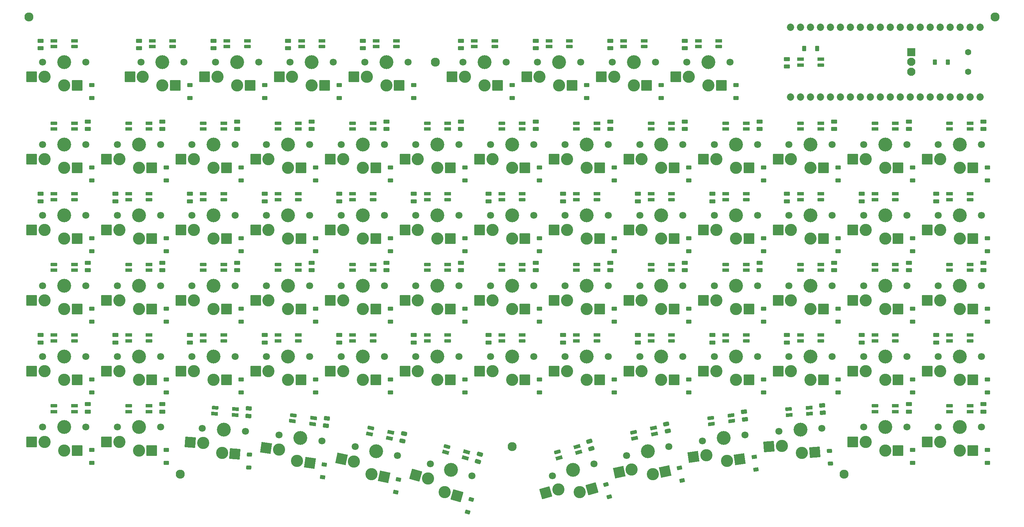
<source format=gbr>
%TF.GenerationSoftware,KiCad,Pcbnew,8.0.4*%
%TF.CreationDate,2024-08-04T16:18:39+02:00*%
%TF.ProjectId,eepyboard,65657079-626f-4617-9264-2e6b69636164,1.0*%
%TF.SameCoordinates,Original*%
%TF.FileFunction,Soldermask,Bot*%
%TF.FilePolarity,Negative*%
%FSLAX46Y46*%
G04 Gerber Fmt 4.6, Leading zero omitted, Abs format (unit mm)*
G04 Created by KiCad (PCBNEW 8.0.4) date 2024-08-04 16:18:39*
%MOMM*%
%LPD*%
G01*
G04 APERTURE LIST*
G04 Aperture macros list*
%AMRoundRect*
0 Rectangle with rounded corners*
0 $1 Rounding radius*
0 $2 $3 $4 $5 $6 $7 $8 $9 X,Y pos of 4 corners*
0 Add a 4 corners polygon primitive as box body*
4,1,4,$2,$3,$4,$5,$6,$7,$8,$9,$2,$3,0*
0 Add four circle primitives for the rounded corners*
1,1,$1+$1,$2,$3*
1,1,$1+$1,$4,$5*
1,1,$1+$1,$6,$7*
1,1,$1+$1,$8,$9*
0 Add four rect primitives between the rounded corners*
20,1,$1+$1,$2,$3,$4,$5,0*
20,1,$1+$1,$4,$5,$6,$7,0*
20,1,$1+$1,$6,$7,$8,$9,0*
20,1,$1+$1,$8,$9,$2,$3,0*%
G04 Aperture macros list end*
%ADD10C,1.801800*%
%ADD11C,3.100000*%
%ADD12C,3.529000*%
%ADD13RoundRect,0.050000X1.300000X1.300000X-1.300000X1.300000X-1.300000X-1.300000X1.300000X-1.300000X0*%
%ADD14RoundRect,0.050000X-0.800000X-0.410000X0.800000X-0.410000X0.800000X0.410000X-0.800000X0.410000X0*%
%ADD15RoundRect,0.230000X-0.620000X-0.230000X0.620000X-0.230000X0.620000X0.230000X-0.620000X0.230000X0*%
%ADD16RoundRect,0.050000X0.800000X0.410000X-0.800000X0.410000X-0.800000X-0.410000X0.800000X-0.410000X0*%
%ADD17RoundRect,0.230000X0.620000X0.230000X-0.620000X0.230000X-0.620000X-0.230000X0.620000X-0.230000X0*%
%ADD18RoundRect,0.050000X0.735153X0.517348X-0.849275X0.294671X-0.735153X-0.517348X0.849275X-0.294671X0*%
%ADD19RoundRect,0.230000X0.581956X0.314049X-0.645976X0.141474X-0.581956X-0.314049X0.645976X-0.141474X0*%
%ADD20C,2.300000*%
%ADD21RoundRect,0.050000X0.655998X0.614627X-0.882021X0.173607X-0.655998X-0.614627X0.882021X-0.173607X0*%
%ADD22RoundRect,0.230000X0.532586X0.391985X-0.659379X0.050195X-0.532586X-0.391985X0.659379X-0.050195X0*%
%ADD23RoundRect,0.050000X1.607969X0.891312X-0.891312X1.607969X-1.607969X-0.891312X0.891312X-1.607969X0*%
%ADD24RoundRect,0.050000X0.697274X0.567370X-0.867762X0.234711X-0.697274X-0.567370X0.867762X-0.234711X0*%
%ADD25RoundRect,0.230000X0.558632X0.353879X-0.654271X0.096069X-0.558632X-0.353879X0.654271X-0.096069X0*%
%ADD26RoundRect,0.050000X1.468274X1.106423X-1.106423X1.468274X-1.468274X-1.106423X1.106423X-1.468274X0*%
%ADD27RoundRect,0.050000X1.001307X1.541877X-1.541877X1.001307X-1.001307X-1.541877X1.541877X-1.001307X0*%
%ADD28RoundRect,0.050000X1.541877X1.001307X-1.001307X1.541877X-1.541877X-1.001307X1.001307X-1.541877X0*%
%ADD29RoundRect,0.050000X0.891312X1.607969X-1.607969X0.891312X-0.891312X-1.607969X1.607969X-0.891312X0*%
%ADD30RoundRect,0.050000X0.826651X0.353196X-0.769451X0.464806X-0.826651X-0.353196X0.769451X-0.464806X0*%
%ADD31RoundRect,0.230000X0.634534X0.186191X-0.602446X0.272689X-0.634534X-0.186191X0.602446X-0.272689X0*%
%ADD32RoundRect,0.050000X0.769451X0.464806X-0.826651X0.353196X-0.769451X-0.464806X0.826651X-0.353196X0*%
%ADD33RoundRect,0.230000X0.602446X0.272689X-0.634534X0.186191X-0.602446X-0.272689X0.634534X-0.186191X0*%
%ADD34RoundRect,0.050000X1.106423X1.468274X-1.468274X1.106423X-1.106423X-1.468274X1.468274X-1.106423X0*%
%ADD35RoundRect,0.050000X0.882021X0.173607X-0.655998X0.614627X-0.882021X-0.173607X0.655998X-0.614627X0*%
%ADD36RoundRect,0.230000X0.659379X0.050195X-0.532586X0.391985X-0.659379X-0.050195X0.532586X-0.391985X0*%
%ADD37C,1.600000*%
%ADD38RoundRect,0.050000X-1.000000X-1.000000X1.000000X-1.000000X1.000000X1.000000X-1.000000X1.000000X0*%
%ADD39C,2.100000*%
%ADD40C,1.852600*%
%ADD41RoundRect,0.050000X1.206150X1.387517X-1.387517X1.206150X-1.206150X-1.387517X1.387517X-1.206150X0*%
%ADD42RoundRect,0.050000X1.387517X1.206150X-1.206150X1.387517X-1.387517X-1.206150X1.206150X-1.387517X0*%
%ADD43RoundRect,0.050000X0.867762X0.234711X-0.697274X0.567370X-0.867762X-0.234711X0.697274X-0.567370X0*%
%ADD44RoundRect,0.230000X0.654271X0.096069X-0.558632X0.353879X-0.654271X-0.096069X0.558632X-0.353879X0*%
%ADD45RoundRect,0.050000X0.849275X0.294671X-0.735153X0.517348X-0.849275X-0.294671X0.735153X-0.517348X0*%
%ADD46RoundRect,0.230000X0.645976X0.141474X-0.581956X0.314049X-0.645976X-0.141474X0.581956X-0.314049X0*%
%ADD47RoundRect,0.275000X-0.500000X0.275000X-0.500000X-0.275000X0.500000X-0.275000X0.500000X0.275000X0*%
%ADD48RoundRect,0.275000X0.500000X-0.275000X0.500000X0.275000X-0.500000X0.275000X-0.500000X-0.275000X0*%
%ADD49RoundRect,0.050000X0.600000X-0.450000X0.600000X0.450000X-0.600000X0.450000X-0.600000X-0.450000X0*%
%ADD50RoundRect,0.275000X-0.456861X0.341910X-0.533407X-0.202737X0.456861X-0.341910X0.533407X0.202737X0*%
%ADD51RoundRect,0.275000X-0.479599X0.309208X-0.517965X-0.239452X0.479599X-0.309208X0.517965X0.239452X0*%
%ADD52RoundRect,0.050000X0.680449X-0.315419X0.493328X0.564913X-0.680449X0.315419X-0.493328X-0.564913X0*%
%ADD53RoundRect,0.050000X-0.450000X-0.600000X0.450000X-0.600000X0.450000X0.600000X-0.450000X0.600000X0*%
%ADD54RoundRect,0.275000X-0.546250X0.165035X-0.431898X-0.372946X0.546250X-0.165035X0.431898X0.372946X0*%
%ADD55RoundRect,0.275000X-0.431898X0.372946X-0.546250X-0.165035X0.431898X-0.372946X0.546250X0.165035X0*%
%ADD56RoundRect,0.275000X-0.404831X0.402166X-0.556431X-0.126528X0.404831X-0.402166X0.556431X0.126528X0*%
%ADD57RoundRect,0.050000X0.452720X-0.597950X0.700794X0.267185X-0.452720X0.597950X-0.700794X-0.267185X0*%
%ADD58RoundRect,0.050000X0.700794X-0.267185X0.452720X0.597950X-0.700794X0.267185X-0.452720X-0.597950X0*%
%ADD59RoundRect,0.050000X0.629929X-0.407050X0.567148X0.490758X-0.629929X0.407050X-0.567148X-0.490758X0*%
%ADD60RoundRect,0.050000X0.567148X-0.490758X0.629929X0.407050X-0.567148X0.490758X-0.629929X-0.407050X0*%
%ADD61RoundRect,0.050000X0.493328X-0.564913X0.680449X0.315419X-0.493328X0.564913X-0.680449X-0.315419X0*%
%ADD62RoundRect,0.275000X-0.556431X0.126528X-0.404831X-0.402166X0.556431X-0.126528X0.404831X0.402166X0*%
%ADD63RoundRect,0.275000X-0.533407X0.202737X-0.456861X-0.341910X0.533407X-0.202737X0.456861X0.341910X0*%
%ADD64RoundRect,0.275000X-0.517965X0.239452X-0.479599X-0.309208X0.517965X-0.239452X0.479599X0.309208X0*%
%ADD65RoundRect,0.050000X0.531533X-0.529124X0.656789X0.362117X-0.531533X0.529124X-0.656789X-0.362117X0*%
%ADD66RoundRect,0.050000X0.656789X-0.362117X0.531533X0.529124X-0.656789X0.362117X-0.531533X-0.529124X0*%
G04 APERTURE END LIST*
D10*
%TO.C,S41*%
X276582827Y-95912340D03*
D11*
X271082827Y-101862340D03*
D12*
X271082827Y-95912340D03*
D11*
X266082827Y-99662340D03*
D10*
X265582827Y-95912340D03*
D13*
X274357827Y-101862340D03*
X262807827Y-99662340D03*
%TD*%
D14*
%TO.C,LED15*%
X230482832Y-126462336D03*
X230482832Y-127962336D03*
D15*
X235682832Y-127962336D03*
D14*
X235682832Y-126462336D03*
%TD*%
D10*
%TO.C,S49*%
X314582833Y-113912336D03*
D11*
X309082833Y-119862336D03*
D12*
X309082833Y-113912336D03*
D11*
X304082833Y-117662336D03*
D10*
X303582833Y-113912336D03*
D13*
X312357833Y-119862336D03*
X300807833Y-117662336D03*
%TD*%
D16*
%TO.C,LED43*%
X140682828Y-73962341D03*
X140682828Y-72462341D03*
D17*
X135482828Y-72462341D03*
D16*
X135482828Y-73962341D03*
%TD*%
D10*
%TO.C,S7*%
X124582827Y-131912340D03*
D11*
X119082827Y-137862340D03*
D12*
X119082827Y-131912340D03*
D11*
X114082827Y-135662340D03*
D10*
X113582827Y-131912340D03*
D13*
X122357827Y-137862340D03*
X110807827Y-135662340D03*
%TD*%
D18*
%TO.C,LED71*%
X269993971Y-148374040D03*
X269785211Y-146888638D03*
D19*
X264635817Y-147612338D03*
D18*
X264844577Y-149097740D03*
%TD*%
D10*
%TO.C,S40*%
X276582829Y-113912343D03*
D11*
X271082829Y-119862343D03*
D12*
X271082829Y-113912343D03*
D11*
X266082829Y-117662343D03*
D10*
X265582829Y-113912343D03*
D13*
X274357829Y-119862343D03*
X262807829Y-117662343D03*
%TD*%
D10*
%TO.C,S51*%
X314582828Y-77912335D03*
D11*
X309082828Y-83862335D03*
D12*
X309082828Y-77912335D03*
D11*
X304082828Y-81662335D03*
D10*
X303582828Y-77912335D03*
D13*
X312357828Y-83862335D03*
X300807828Y-81662335D03*
%TD*%
D14*
%TO.C,LED13*%
X211482827Y-126462341D03*
X211482827Y-127962341D03*
D15*
X216682827Y-127962341D03*
D14*
X216682827Y-126462341D03*
%TD*%
D10*
%TO.C,S29*%
X219582829Y-95912335D03*
D11*
X214082829Y-101862335D03*
D12*
X214082829Y-95912335D03*
D11*
X209082829Y-99662335D03*
D10*
X208582829Y-95912335D03*
D13*
X217357829Y-101862335D03*
X205807829Y-99662335D03*
%TD*%
D20*
%TO.C,_5*%
X214082830Y-154912338D03*
%TD*%
D10*
%TO.C,S33*%
X238582828Y-95912343D03*
D11*
X233082828Y-101862343D03*
D12*
X233082828Y-95912343D03*
D11*
X228082828Y-99662343D03*
D10*
X227582828Y-95912343D03*
D13*
X236357828Y-101862343D03*
X224807828Y-99662343D03*
%TD*%
D10*
%TO.C,S30*%
X219582828Y-77912343D03*
D11*
X214082828Y-83862343D03*
D12*
X214082828Y-77912343D03*
D11*
X209082828Y-81662343D03*
D10*
X208582828Y-77912343D03*
D13*
X217357828Y-83862343D03*
X205807828Y-81662343D03*
%TD*%
D20*
%TO.C,_2*%
X194582830Y-56912343D03*
%TD*%
D14*
%TO.C,LED4*%
X116482826Y-90462337D03*
X116482826Y-91962337D03*
D15*
X121682826Y-91962337D03*
D14*
X121682826Y-90462337D03*
%TD*%
D20*
%TO.C,_3*%
X337082829Y-45412336D03*
%TD*%
D10*
%TO.C,S27*%
X219582828Y-131912340D03*
D11*
X214082828Y-137862340D03*
D12*
X214082828Y-131912340D03*
D11*
X209082828Y-135662340D03*
D10*
X208582828Y-131912340D03*
D13*
X217357828Y-137862340D03*
X205807828Y-135662340D03*
%TD*%
D10*
%TO.C,S36*%
X257582829Y-113912339D03*
D11*
X252082829Y-119862339D03*
D12*
X252082829Y-113912339D03*
D11*
X247082829Y-117662339D03*
D10*
X246582829Y-113912339D03*
D13*
X255357829Y-119862339D03*
X243807829Y-117662339D03*
%TD*%
D14*
%TO.C,LED1*%
X97482827Y-126462344D03*
X97482827Y-127962344D03*
D15*
X102682827Y-127962344D03*
D14*
X102682827Y-126462344D03*
%TD*%
D10*
%TO.C,S72*%
X250582826Y-56912345D03*
D11*
X245082826Y-62862345D03*
D12*
X245082826Y-56912345D03*
D11*
X240082826Y-60662345D03*
D10*
X239582826Y-56912345D03*
D13*
X248357826Y-62862345D03*
X236807826Y-60662345D03*
%TD*%
D14*
%TO.C,LED31*%
X179482832Y-51462337D03*
X179482832Y-52962337D03*
D15*
X184682832Y-52962337D03*
D14*
X184682832Y-51462337D03*
%TD*%
D21*
%TO.C,LED73*%
X231027002Y-156285886D03*
X230613546Y-154843994D03*
D22*
X225614986Y-156277308D03*
D21*
X226028442Y-157719200D03*
%TD*%
D10*
%TO.C,S45*%
X295582833Y-95912333D03*
D11*
X290082833Y-101862333D03*
D12*
X290082833Y-95912333D03*
D11*
X285082833Y-99662333D03*
D10*
X284582833Y-95912333D03*
D13*
X293357833Y-101862333D03*
X281807833Y-99662333D03*
%TD*%
D16*
%TO.C,LED39*%
X121682832Y-145962345D03*
X121682832Y-144462345D03*
D17*
X116482832Y-144462345D03*
D16*
X116482832Y-145962345D03*
%TD*%
D10*
%TO.C,S60*%
X203836110Y-162315530D03*
D11*
X196909129Y-166519032D03*
D12*
X198549171Y-160799525D03*
D11*
X192709222Y-163026071D03*
D10*
X193262232Y-159283520D03*
D23*
X200057261Y-167421744D03*
X189561090Y-162123357D03*
%TD*%
D14*
%TO.C,LED35*%
X261482827Y-51462345D03*
X261482827Y-52962345D03*
D15*
X266682827Y-52962345D03*
D14*
X266682827Y-51462345D03*
%TD*%
D10*
%TO.C,S50*%
X314582828Y-95912341D03*
D11*
X309082828Y-101862341D03*
D12*
X309082828Y-95912341D03*
D11*
X304082828Y-99662341D03*
D10*
X303582828Y-95912341D03*
D13*
X312357828Y-101862341D03*
X300807828Y-99662341D03*
%TD*%
D10*
%TO.C,S35*%
X257582826Y-131912335D03*
D11*
X252082826Y-137862335D03*
D12*
X252082826Y-131912335D03*
D11*
X247082826Y-135662335D03*
D10*
X246582826Y-131912335D03*
D13*
X255357826Y-137862335D03*
X243807826Y-135662335D03*
%TD*%
D14*
%TO.C,LED12*%
X192482827Y-90462342D03*
X192482827Y-91962342D03*
D15*
X197682827Y-91962342D03*
D14*
X197682827Y-90462342D03*
%TD*%
D10*
%TO.C,S68*%
X168582827Y-56912342D03*
D11*
X163082827Y-62862342D03*
D12*
X163082827Y-56912342D03*
D11*
X158082827Y-60662342D03*
D10*
X157582827Y-56912342D03*
D13*
X166357827Y-62862342D03*
X154807827Y-60662342D03*
%TD*%
D24*
%TO.C,LED72*%
X250372345Y-151649587D03*
X250060476Y-150182366D03*
D25*
X244974107Y-151263507D03*
D24*
X245285976Y-152730728D03*
%TD*%
D10*
%TO.C,S58*%
X165643124Y-153412897D03*
D11*
X159368570Y-158539540D03*
D12*
X160196650Y-152647445D03*
D11*
X154723412Y-155665085D03*
D10*
X154750176Y-151881993D03*
D26*
X162611698Y-158995332D03*
X151480283Y-155209293D03*
%TD*%
D10*
%TO.C,S54*%
X333582829Y-113912336D03*
D11*
X328082829Y-119862336D03*
D12*
X328082829Y-113912336D03*
D11*
X323082829Y-117662336D03*
D10*
X322582829Y-113912336D03*
D13*
X331357829Y-119862336D03*
X319807829Y-117662336D03*
%TD*%
D16*
%TO.C,LED59*%
X292682826Y-73962339D03*
X292682826Y-72462339D03*
D17*
X287482826Y-72462339D03*
D16*
X287482826Y-73962339D03*
%TD*%
D14*
%TO.C,LED21*%
X287482830Y-126462344D03*
X287482830Y-127962344D03*
D15*
X292682830Y-127962344D03*
D14*
X292682830Y-126462344D03*
%TD*%
%TO.C,LED9*%
X173482828Y-126462339D03*
X173482828Y-127962339D03*
D15*
X178682828Y-127962339D03*
D14*
X178682828Y-126462339D03*
%TD*%
D10*
%TO.C,S47*%
X314582824Y-149912343D03*
D11*
X309082824Y-155862343D03*
D12*
X309082824Y-149912343D03*
D11*
X304082824Y-153662343D03*
D10*
X303582824Y-149912343D03*
D13*
X312357824Y-155862343D03*
X300807824Y-153662343D03*
%TD*%
D10*
%TO.C,S22*%
X181582830Y-77912342D03*
D11*
X176082830Y-83862342D03*
D12*
X176082830Y-77912342D03*
D11*
X171082830Y-81662342D03*
D10*
X170582830Y-77912342D03*
D13*
X179357830Y-83862342D03*
X167807830Y-81662342D03*
%TD*%
D10*
%TO.C,S37*%
X257582824Y-95912345D03*
D11*
X252082824Y-101862345D03*
D12*
X252082824Y-95912345D03*
D11*
X247082824Y-99662345D03*
D10*
X246582824Y-95912345D03*
D13*
X255357824Y-101862345D03*
X243807824Y-99662345D03*
%TD*%
D16*
%TO.C,LED44*%
X159682830Y-109962339D03*
X159682830Y-108462339D03*
D17*
X154482830Y-108462339D03*
D16*
X154482830Y-109962339D03*
%TD*%
D10*
%TO.C,S42*%
X276582834Y-77912341D03*
D11*
X271082834Y-83862341D03*
D12*
X271082834Y-77912341D03*
D11*
X266082834Y-81662341D03*
D10*
X265582834Y-77912341D03*
D13*
X274357834Y-83862341D03*
X262807834Y-81662341D03*
%TD*%
D10*
%TO.C,S20*%
X181582833Y-113912342D03*
D11*
X176082833Y-119862342D03*
D12*
X176082833Y-113912342D03*
D11*
X171082833Y-117662342D03*
D10*
X170582833Y-113912342D03*
D13*
X179357833Y-119862342D03*
X167807833Y-117662342D03*
%TD*%
D10*
%TO.C,S16*%
X162582825Y-113912344D03*
D11*
X157082825Y-119862344D03*
D12*
X157082825Y-113912344D03*
D11*
X152082825Y-117662344D03*
D10*
X151582825Y-113912344D03*
D13*
X160357825Y-119862344D03*
X148807825Y-117662344D03*
%TD*%
D14*
%TO.C,LED6*%
X135482824Y-90462341D03*
X135482824Y-91962341D03*
D15*
X140682824Y-91962341D03*
D14*
X140682824Y-90462341D03*
%TD*%
D10*
%TO.C,S48*%
X314582823Y-131912336D03*
D11*
X309082823Y-137862336D03*
D12*
X309082823Y-131912336D03*
D11*
X304082823Y-135662336D03*
D10*
X303582823Y-131912336D03*
D13*
X312357823Y-137862336D03*
X300807823Y-135662336D03*
%TD*%
D16*
%TO.C,LED48*%
X197682825Y-109962341D03*
X197682825Y-108462341D03*
D17*
X192482825Y-108462341D03*
D16*
X192482825Y-109962341D03*
%TD*%
%TO.C,LED45*%
X159682828Y-73962339D03*
X159682828Y-72462339D03*
D17*
X154482828Y-72462339D03*
D16*
X154482828Y-73962339D03*
%TD*%
%TO.C,LED58*%
X292682828Y-109962340D03*
X292682828Y-108462340D03*
D17*
X287482828Y-108462340D03*
D16*
X287482828Y-109962340D03*
%TD*%
D10*
%TO.C,S19*%
X181582826Y-131912340D03*
D11*
X176082826Y-137862340D03*
D12*
X176082826Y-131912340D03*
D11*
X171082826Y-135662340D03*
D10*
X170582826Y-131912340D03*
D13*
X179357826Y-137862340D03*
X167807826Y-135662340D03*
%TD*%
D14*
%TO.C,LED17*%
X249482828Y-126462344D03*
X249482828Y-127962344D03*
D15*
X254682828Y-127962344D03*
D14*
X254682828Y-126462344D03*
%TD*%
D10*
%TO.C,S63*%
X254030222Y-154910315D03*
D11*
X249887485Y-161873807D03*
D12*
X248650410Y-156053829D03*
D11*
X244539341Y-160761441D03*
D10*
X243270598Y-157197343D03*
D27*
X253090918Y-161192896D03*
X241335907Y-161442352D03*
%TD*%
D10*
%TO.C,S2*%
X105582831Y-131912341D03*
D11*
X100082831Y-137862341D03*
D12*
X100082831Y-131912341D03*
D11*
X95082831Y-135662341D03*
D10*
X94582831Y-131912341D03*
D13*
X103357831Y-137862341D03*
X91807831Y-135662341D03*
%TD*%
D16*
%TO.C,LED61*%
X311682829Y-109962339D03*
X311682829Y-108462339D03*
D17*
X306482829Y-108462339D03*
D16*
X306482829Y-109962339D03*
%TD*%
D10*
%TO.C,S59*%
X184895059Y-157197354D03*
D11*
X178278172Y-161873818D03*
D12*
X179515247Y-156053840D03*
D11*
X173844840Y-158682335D03*
D10*
X174135435Y-154910326D03*
D28*
X181481606Y-162554729D03*
X170641407Y-158001424D03*
%TD*%
D10*
%TO.C,S69*%
X187582831Y-56912332D03*
D11*
X182082831Y-62862332D03*
D12*
X182082831Y-56912332D03*
D11*
X177082831Y-60662332D03*
D10*
X176582831Y-56912332D03*
D13*
X185357831Y-62862332D03*
X173807831Y-60662332D03*
%TD*%
D10*
%TO.C,S34*%
X238582830Y-77912338D03*
D11*
X233082830Y-83862338D03*
D12*
X233082830Y-77912338D03*
D11*
X228082830Y-81662338D03*
D10*
X227582830Y-77912338D03*
D13*
X236357830Y-83862338D03*
X224807830Y-81662338D03*
%TD*%
D14*
%TO.C,LED28*%
X122482827Y-51462346D03*
X122482827Y-52962346D03*
D15*
X127682827Y-52962346D03*
D14*
X127682827Y-51462346D03*
%TD*%
%TO.C,LED34*%
X242482833Y-51462340D03*
X242482833Y-52962340D03*
D15*
X247682833Y-52962340D03*
D14*
X247682833Y-51462340D03*
%TD*%
D16*
%TO.C,LED64*%
X330682827Y-109962340D03*
X330682827Y-108462340D03*
D17*
X325482827Y-108462340D03*
D16*
X325482827Y-109962340D03*
%TD*%
D10*
%TO.C,S55*%
X333582826Y-95912345D03*
D11*
X328082826Y-101862345D03*
D12*
X328082826Y-95912345D03*
D11*
X323082826Y-99662345D03*
D10*
X322582826Y-95912345D03*
D13*
X331357826Y-101862345D03*
X319807826Y-99662345D03*
%TD*%
D10*
%TO.C,S56*%
X333582829Y-77912334D03*
D11*
X328082829Y-83862334D03*
D12*
X328082829Y-77912334D03*
D11*
X323082829Y-81662334D03*
D10*
X322582829Y-77912334D03*
D13*
X331357829Y-83862334D03*
X319807829Y-81662334D03*
%TD*%
D14*
%TO.C,LED27*%
X97482829Y-51462339D03*
X97482829Y-52962339D03*
D15*
X102682829Y-52962339D03*
D14*
X102682829Y-51462339D03*
%TD*%
%TO.C,LED11*%
X192482831Y-126462340D03*
X192482831Y-127962340D03*
D15*
X197682831Y-127962340D03*
D14*
X197682831Y-126462340D03*
%TD*%
D16*
%TO.C,LED56*%
X273682825Y-109962339D03*
X273682825Y-108462339D03*
D17*
X268482825Y-108462339D03*
D16*
X268482825Y-109962339D03*
%TD*%
D14*
%TO.C,LED16*%
X230482828Y-90462341D03*
X230482828Y-91962341D03*
D15*
X235682828Y-91962341D03*
D14*
X235682828Y-90462341D03*
%TD*%
D10*
%TO.C,S24*%
X200582826Y-113912340D03*
D11*
X195082826Y-119862340D03*
D12*
X195082826Y-113912340D03*
D11*
X190082826Y-117662340D03*
D10*
X189582826Y-113912340D03*
D13*
X198357826Y-119862340D03*
X186807826Y-117662340D03*
%TD*%
D10*
%TO.C,S9*%
X124582830Y-95912334D03*
D11*
X119082830Y-101862334D03*
D12*
X119082830Y-95912334D03*
D11*
X114082830Y-99662334D03*
D10*
X113582830Y-95912334D03*
D13*
X122357830Y-101862334D03*
X110807830Y-99662334D03*
%TD*%
D16*
%TO.C,LED51*%
X216682828Y-73962338D03*
X216682828Y-72462338D03*
D17*
X211482828Y-72462338D03*
D16*
X211482828Y-73962338D03*
%TD*%
%TO.C,LED57*%
X273682824Y-73962342D03*
X273682824Y-72462342D03*
D17*
X268482824Y-72462342D03*
D16*
X268482824Y-73962342D03*
%TD*%
D10*
%TO.C,S43*%
X295582829Y-131912337D03*
D11*
X290082829Y-137862337D03*
D12*
X290082829Y-131912337D03*
D11*
X285082829Y-135662337D03*
D10*
X284582829Y-131912337D03*
D13*
X293357829Y-137862337D03*
X281807829Y-135662337D03*
%TD*%
D10*
%TO.C,S11*%
X143582829Y-131912343D03*
D11*
X138082829Y-137862343D03*
D12*
X138082829Y-131912343D03*
D11*
X133082829Y-135662343D03*
D10*
X132582829Y-131912343D03*
D13*
X141357829Y-137862343D03*
X129807829Y-135662343D03*
%TD*%
D16*
%TO.C,LED65*%
X330682827Y-73962338D03*
X330682827Y-72462338D03*
D17*
X325482827Y-72462338D03*
D16*
X325482827Y-73962338D03*
%TD*%
D14*
%TO.C,LED10*%
X173482829Y-90462342D03*
X173482829Y-91962342D03*
D15*
X178682829Y-91962342D03*
D14*
X178682829Y-90462342D03*
%TD*%
D10*
%TO.C,S64*%
X234903429Y-159283522D03*
D11*
X231256532Y-166519034D03*
D12*
X229616490Y-160799527D03*
D11*
X225843822Y-165782445D03*
D10*
X224329551Y-162315532D03*
D29*
X234404664Y-165616322D03*
X222695690Y-166685159D03*
%TD*%
D16*
%TO.C,LED63*%
X330682828Y-145962343D03*
X330682828Y-144462343D03*
D17*
X325482828Y-144462343D03*
D16*
X325482828Y-145962343D03*
%TD*%
%TO.C,LED46*%
X178682828Y-109962340D03*
X178682828Y-108462340D03*
D17*
X173482828Y-108462340D03*
D16*
X173482828Y-109962340D03*
%TD*%
%TO.C,LED41*%
X121682831Y-73962334D03*
X121682831Y-72462334D03*
D17*
X116482831Y-72462334D03*
D16*
X116482831Y-73962334D03*
%TD*%
D30*
%TO.C,LED66*%
X143556700Y-146837944D03*
X143661335Y-145341598D03*
D31*
X138474002Y-144978864D03*
D30*
X138369367Y-146475210D03*
%TD*%
D10*
%TO.C,S5*%
X105582829Y-77912341D03*
D11*
X100082829Y-83862341D03*
D12*
X100082829Y-77912341D03*
D11*
X95082829Y-81662341D03*
D10*
X94582829Y-77912341D03*
D13*
X103357829Y-83862341D03*
X91807829Y-81662341D03*
%TD*%
D10*
%TO.C,S38*%
X257582830Y-77912341D03*
D11*
X252082830Y-83862341D03*
D12*
X252082830Y-77912341D03*
D11*
X247082830Y-81662341D03*
D10*
X246582830Y-77912341D03*
D13*
X255357830Y-83862341D03*
X243807830Y-81662341D03*
%TD*%
D10*
%TO.C,S44*%
X295582830Y-113912341D03*
D11*
X290082830Y-119862341D03*
D12*
X290082830Y-113912341D03*
D11*
X285082830Y-117662341D03*
D10*
X284582830Y-113912341D03*
D13*
X293357830Y-119862341D03*
X281807830Y-117662341D03*
%TD*%
D10*
%TO.C,S73*%
X269582826Y-56912342D03*
D11*
X264082826Y-62862342D03*
D12*
X264082826Y-56912342D03*
D11*
X259082826Y-60662342D03*
D10*
X258582826Y-56912342D03*
D13*
X267357826Y-62862342D03*
X255807826Y-60662342D03*
%TD*%
D10*
%TO.C,S3*%
X105582828Y-113912342D03*
D11*
X100082828Y-119862342D03*
D12*
X100082828Y-113912342D03*
D11*
X95082828Y-117662342D03*
D10*
X94582828Y-113912342D03*
D13*
X103357828Y-119862342D03*
X91807828Y-117662342D03*
%TD*%
D10*
%TO.C,S23*%
X200582829Y-131912339D03*
D11*
X195082829Y-137862339D03*
D12*
X195082829Y-131912339D03*
D11*
X190082829Y-135662339D03*
D10*
X189582829Y-131912339D03*
D13*
X198357829Y-137862339D03*
X186807829Y-135662339D03*
%TD*%
D16*
%TO.C,LED55*%
X254682825Y-73962338D03*
X254682825Y-72462338D03*
D17*
X249482825Y-72462338D03*
D16*
X249482825Y-73962338D03*
%TD*%
D14*
%TO.C,LED5*%
X135482830Y-126462342D03*
X135482830Y-127962342D03*
D15*
X140682830Y-127962342D03*
D14*
X140682830Y-126462342D03*
%TD*%
D16*
%TO.C,LED60*%
X311682833Y-145962344D03*
X311682833Y-144462344D03*
D17*
X306482833Y-144462344D03*
D16*
X306482833Y-145962344D03*
%TD*%
D10*
%TO.C,S39*%
X276582824Y-131912339D03*
D11*
X271082824Y-137862339D03*
D12*
X271082824Y-131912339D03*
D11*
X266082824Y-135662339D03*
D10*
X265582824Y-131912339D03*
D13*
X274357824Y-137862339D03*
X262807824Y-135662339D03*
%TD*%
D10*
%TO.C,S66*%
X130582826Y-56912341D03*
D11*
X125082826Y-62862341D03*
D12*
X125082826Y-56912341D03*
D11*
X120082826Y-60662341D03*
D10*
X119582826Y-56912341D03*
D13*
X128357826Y-62862341D03*
X116807826Y-60662341D03*
%TD*%
D14*
%TO.C,LED25*%
X325482832Y-126462337D03*
X325482832Y-127962337D03*
D15*
X330682832Y-127962337D03*
D14*
X330682832Y-126462337D03*
%TD*%
%TO.C,LED29*%
X141482829Y-51462345D03*
X141482829Y-52962345D03*
D15*
X146682829Y-52962345D03*
D14*
X146682829Y-51462345D03*
%TD*%
D10*
%TO.C,S71*%
X231582824Y-56912342D03*
D11*
X226082824Y-62862342D03*
D12*
X226082824Y-56912342D03*
D11*
X221082824Y-60662342D03*
D10*
X220582824Y-56912342D03*
D13*
X229357824Y-62862342D03*
X217807824Y-60662342D03*
%TD*%
D10*
%TO.C,S31*%
X238582828Y-131912340D03*
D11*
X233082828Y-137862340D03*
D12*
X233082828Y-131912340D03*
D11*
X228082828Y-135662340D03*
D10*
X227582828Y-131912340D03*
D13*
X236357828Y-137862340D03*
X224807828Y-135662340D03*
%TD*%
D14*
%TO.C,LED8*%
X154482825Y-90462340D03*
X154482825Y-91962340D03*
D15*
X159682825Y-91962340D03*
D14*
X159682825Y-90462340D03*
%TD*%
%TO.C,LED26*%
X325482834Y-90462341D03*
X325482834Y-91962341D03*
D15*
X330682834Y-91962341D03*
D14*
X330682834Y-90462341D03*
%TD*%
D10*
%TO.C,S17*%
X162582832Y-95912340D03*
D11*
X157082832Y-101862340D03*
D12*
X157082832Y-95912340D03*
D11*
X152082832Y-99662340D03*
D10*
X151582832Y-95912340D03*
D13*
X160357832Y-101862340D03*
X148807832Y-99662340D03*
%TD*%
D16*
%TO.C,LED50*%
X216682826Y-109962341D03*
X216682826Y-108462341D03*
D17*
X211482826Y-108462341D03*
D16*
X211482826Y-109962341D03*
%TD*%
D10*
%TO.C,S46*%
X295582825Y-77912343D03*
D11*
X290082825Y-83862343D03*
D12*
X290082825Y-77912343D03*
D11*
X285082825Y-81662343D03*
D10*
X284582825Y-77912343D03*
D13*
X293357825Y-83862343D03*
X281807825Y-81662343D03*
%TD*%
D32*
%TO.C,LED70*%
X289796290Y-146475208D03*
X289691655Y-144978862D03*
D33*
X284504322Y-145341596D03*
D32*
X284608957Y-146837942D03*
%TD*%
D14*
%TO.C,LED2*%
X97482831Y-90462338D03*
X97482831Y-91962338D03*
D15*
X102682831Y-91962338D03*
D14*
X102682831Y-90462338D03*
%TD*%
D10*
%TO.C,S70*%
X212582827Y-56912345D03*
D11*
X207082827Y-62862345D03*
D12*
X207082827Y-56912345D03*
D11*
X202082827Y-60662345D03*
D10*
X201582827Y-56912345D03*
D13*
X210357827Y-62862345D03*
X198807827Y-60662345D03*
%TD*%
D16*
%TO.C,LED49*%
X197682826Y-73962342D03*
X197682826Y-72462342D03*
D17*
X192482826Y-72462342D03*
D16*
X192482826Y-73962342D03*
%TD*%
D14*
%TO.C,LED3*%
X116482824Y-126462339D03*
X116482824Y-127962339D03*
D15*
X121682824Y-127962339D03*
D14*
X121682824Y-126462339D03*
%TD*%
D10*
%TO.C,S62*%
X273415482Y-151881995D03*
D11*
X268797088Y-158539542D03*
D12*
X267969008Y-152647447D03*
D11*
X263539567Y-157056818D03*
D10*
X262522534Y-153412899D03*
D34*
X272040216Y-158083750D03*
X260296439Y-157512610D03*
%TD*%
D14*
%TO.C,LED14*%
X211482830Y-90462340D03*
X211482830Y-91962340D03*
D15*
X216682830Y-91962340D03*
D14*
X216682830Y-90462340D03*
%TD*%
%TO.C,LED32*%
X204482830Y-51462343D03*
X204482830Y-52962343D03*
D15*
X209682830Y-52962343D03*
D14*
X209682830Y-51462343D03*
%TD*%
D10*
%TO.C,S13*%
X143582825Y-95912341D03*
D11*
X138082825Y-101862341D03*
D12*
X138082825Y-95912341D03*
D11*
X133082825Y-99662341D03*
D10*
X132582825Y-95912341D03*
D13*
X141357825Y-101862341D03*
X129807825Y-99662341D03*
%TD*%
D16*
%TO.C,LED38*%
X102682829Y-73962342D03*
X102682829Y-72462342D03*
D17*
X97482829Y-72462342D03*
D16*
X97482829Y-73962342D03*
%TD*%
D10*
%TO.C,S4*%
X105582835Y-95912341D03*
D11*
X100082835Y-101862341D03*
D12*
X100082835Y-95912341D03*
D11*
X95082835Y-99662341D03*
D10*
X94582835Y-95912341D03*
D13*
X103357835Y-101862341D03*
X91807835Y-99662341D03*
%TD*%
D16*
%TO.C,LED37*%
X102682828Y-109962336D03*
X102682828Y-108462336D03*
D17*
X97482828Y-108462336D03*
D16*
X97482828Y-109962336D03*
%TD*%
D14*
%TO.C,LED20*%
X268482832Y-90462342D03*
X268482832Y-91962342D03*
D15*
X273682832Y-91962342D03*
D14*
X273682832Y-90462342D03*
%TD*%
D10*
%TO.C,S52*%
X333582832Y-149912342D03*
D11*
X328082832Y-155862342D03*
D12*
X328082832Y-149912342D03*
D11*
X323082832Y-153662342D03*
D10*
X322582832Y-149912342D03*
D13*
X331357832Y-155862342D03*
X319807832Y-153662342D03*
%TD*%
D14*
%TO.C,LED30*%
X160482827Y-51462340D03*
X160482827Y-52962340D03*
D15*
X165682827Y-52962340D03*
D14*
X165682827Y-51462340D03*
%TD*%
%TO.C,LED23*%
X306482831Y-126462340D03*
X306482831Y-127962340D03*
D15*
X311682831Y-127962340D03*
D14*
X311682831Y-126462340D03*
%TD*%
D16*
%TO.C,LED54*%
X254682829Y-109962336D03*
X254682829Y-108462336D03*
D17*
X249482829Y-108462336D03*
D16*
X249482829Y-109962336D03*
%TD*%
%TO.C,LED42*%
X140682833Y-109962341D03*
X140682833Y-108462341D03*
D17*
X135482833Y-108462341D03*
D16*
X135482833Y-109962341D03*
%TD*%
D10*
%TO.C,S53*%
X333582823Y-131912341D03*
D11*
X328082823Y-137862341D03*
D12*
X328082823Y-131912341D03*
D11*
X323082823Y-135662341D03*
D10*
X322582823Y-131912341D03*
D13*
X331357823Y-137862341D03*
X319807823Y-135662341D03*
%TD*%
D14*
%TO.C,LED22*%
X287482832Y-90462341D03*
X287482832Y-91962341D03*
D15*
X292682832Y-91962341D03*
D14*
X292682832Y-90462341D03*
%TD*%
D35*
%TO.C,LED69*%
X202137211Y-157719193D03*
X202550667Y-156277301D03*
D36*
X197552107Y-154843987D03*
D35*
X197138651Y-156285879D03*
%TD*%
D37*
%TO.C,ROT1*%
X330212831Y-54372339D03*
X330212831Y-59372339D03*
D38*
X315712828Y-54372339D03*
D39*
X315712829Y-59372339D03*
X315712831Y-56872340D03*
%TD*%
D14*
%TO.C,LED7*%
X154482828Y-126462340D03*
X154482828Y-127962340D03*
D15*
X159682828Y-127962340D03*
D14*
X159682828Y-126462340D03*
%TD*%
D16*
%TO.C,LED36*%
X102682837Y-145962338D03*
X102682837Y-144462338D03*
D17*
X97482837Y-144462338D03*
D16*
X97482837Y-145962338D03*
%TD*%
D20*
%TO.C,_6*%
X298582829Y-161912340D03*
%TD*%
D10*
%TO.C,S15*%
X162582831Y-131912341D03*
D11*
X157082831Y-137862341D03*
D12*
X157082831Y-131912341D03*
D11*
X152082831Y-135662341D03*
D10*
X151582831Y-131912341D03*
D13*
X160357831Y-137862341D03*
X148807831Y-135662341D03*
%TD*%
D40*
%TO.C,MCU1*%
X284952828Y-48022340D03*
X287492828Y-48022340D03*
X290032828Y-48022340D03*
X292572828Y-48022340D03*
X295112828Y-48022340D03*
X297652828Y-48022340D03*
X300192828Y-48022340D03*
X302732828Y-48022340D03*
X305272828Y-48022340D03*
X307812828Y-48022340D03*
X310352828Y-48022340D03*
X312892828Y-48022339D03*
X315432828Y-48022340D03*
X317972828Y-48022340D03*
X320512824Y-48022340D03*
X323052828Y-48022340D03*
X325592828Y-48022340D03*
X328132828Y-48022340D03*
X330672828Y-48022340D03*
X333212828Y-48022340D03*
X284952828Y-65802340D03*
X287492828Y-65802340D03*
X290032828Y-65802340D03*
X292572828Y-65802340D03*
X295112828Y-65802340D03*
X297652832Y-65802340D03*
X300192828Y-65802340D03*
X302732828Y-65802340D03*
X305272828Y-65802341D03*
X307812828Y-65802340D03*
X310352828Y-65802340D03*
X312892828Y-65802340D03*
X315432828Y-65802340D03*
X317972828Y-65802340D03*
X320512828Y-65802340D03*
X323052828Y-65802340D03*
X325592828Y-65802340D03*
X328132828Y-65802340D03*
X330672828Y-65802340D03*
X333212828Y-65802340D03*
%TD*%
D16*
%TO.C,LED53*%
X235682827Y-73962344D03*
X235682827Y-72462344D03*
D17*
X230482827Y-72462344D03*
D16*
X230482827Y-73962344D03*
%TD*%
D10*
%TO.C,S61*%
X292964764Y-150213289D03*
D11*
X287893213Y-156532456D03*
D12*
X287478162Y-150596950D03*
D11*
X282751929Y-154686598D03*
D10*
X281991560Y-150980611D03*
D41*
X291160235Y-156304004D03*
X279484906Y-154915050D03*
%TD*%
D10*
%TO.C,S28*%
X219582827Y-113912342D03*
D11*
X214082827Y-119862342D03*
D12*
X214082827Y-113912342D03*
D11*
X209082827Y-117662342D03*
D10*
X208582827Y-113912342D03*
D13*
X217357827Y-119862342D03*
X205807827Y-117662342D03*
%TD*%
D16*
%TO.C,LED47*%
X178682829Y-73962332D03*
X178682829Y-72462332D03*
D17*
X173482829Y-72462332D03*
D16*
X173482829Y-73962332D03*
%TD*%
D10*
%TO.C,S67*%
X149582828Y-56912341D03*
D11*
X144082828Y-62862341D03*
D12*
X144082828Y-56912341D03*
D11*
X139082828Y-60662341D03*
D10*
X138582828Y-56912341D03*
D13*
X147357828Y-62862341D03*
X135807828Y-60662341D03*
%TD*%
D14*
%TO.C,LED74*%
X287482830Y-56162336D03*
X287482830Y-57662336D03*
D15*
X292682830Y-57662336D03*
D14*
X292682830Y-56162336D03*
%TD*%
D10*
%TO.C,S1*%
X105582826Y-149912335D03*
D11*
X100082826Y-155862335D03*
D12*
X100082826Y-149912335D03*
D11*
X95082826Y-153662335D03*
D10*
X94582826Y-149912335D03*
D13*
X103357826Y-155862335D03*
X91807826Y-153662335D03*
%TD*%
D10*
%TO.C,S18*%
X162582828Y-77912342D03*
D11*
X157082828Y-83862342D03*
D12*
X157082828Y-77912342D03*
D11*
X152082828Y-81662342D03*
D10*
X151582828Y-77912342D03*
D13*
X160357828Y-83862342D03*
X148807828Y-81662342D03*
%TD*%
D10*
%TO.C,S21*%
X181582829Y-95912337D03*
D11*
X176082829Y-101862337D03*
D12*
X176082829Y-95912337D03*
D11*
X171082829Y-99662337D03*
D10*
X170582829Y-95912337D03*
D13*
X179357829Y-101862337D03*
X167807829Y-99662337D03*
%TD*%
D16*
%TO.C,LED62*%
X311682822Y-73962342D03*
X311682822Y-72462342D03*
D17*
X306482822Y-72462342D03*
D16*
X306482822Y-73962342D03*
%TD*%
D14*
%TO.C,LED24*%
X306482831Y-90462335D03*
X306482831Y-91962335D03*
D15*
X311682831Y-91962335D03*
D14*
X311682831Y-90462335D03*
%TD*%
D10*
%TO.C,S14*%
X143582830Y-77912338D03*
D11*
X138082830Y-83862338D03*
D12*
X138082830Y-77912338D03*
D11*
X133082830Y-81662338D03*
D10*
X132582830Y-77912338D03*
D13*
X141357830Y-83862338D03*
X129807830Y-81662338D03*
%TD*%
D20*
%TO.C,_1*%
X91082829Y-45412340D03*
%TD*%
%TO.C,_4*%
X129582828Y-161912342D03*
%TD*%
D14*
%TO.C,LED18*%
X249482828Y-90462344D03*
X249482828Y-91962344D03*
D15*
X254682828Y-91962344D03*
D14*
X254682828Y-90462344D03*
%TD*%
D10*
%TO.C,S57*%
X146174092Y-150980614D03*
D11*
X140272439Y-156532459D03*
D12*
X140687490Y-150596953D03*
D11*
X135438083Y-153989036D03*
D10*
X135200888Y-150213292D03*
D42*
X143539461Y-156760912D03*
X132171061Y-153760583D03*
%TD*%
D16*
%TO.C,LED52*%
X235682828Y-109962334D03*
X235682828Y-108462334D03*
D17*
X230482828Y-108462334D03*
D16*
X230482828Y-109962334D03*
%TD*%
D10*
%TO.C,S8*%
X124582824Y-113912348D03*
D11*
X119082824Y-119862348D03*
D12*
X119082824Y-113912348D03*
D11*
X114082824Y-117662348D03*
D10*
X113582824Y-113912348D03*
D13*
X122357824Y-119862348D03*
X110807824Y-117662348D03*
%TD*%
D10*
%TO.C,S25*%
X200582828Y-95912339D03*
D11*
X195082828Y-101862339D03*
D12*
X195082828Y-95912339D03*
D11*
X190082828Y-99662339D03*
D10*
X189582828Y-95912339D03*
D13*
X198357828Y-101862339D03*
X186807828Y-99662339D03*
%TD*%
D10*
%TO.C,S6*%
X124582823Y-149912337D03*
D11*
X119082823Y-155862337D03*
D12*
X119082823Y-149912337D03*
D11*
X114082823Y-153662337D03*
D10*
X113582823Y-149912337D03*
D13*
X122357823Y-155862337D03*
X110807823Y-153662337D03*
%TD*%
D10*
%TO.C,S10*%
X124582828Y-77912338D03*
D11*
X119082828Y-83862338D03*
D12*
X119082828Y-77912338D03*
D11*
X114082828Y-81662338D03*
D10*
X113582828Y-77912338D03*
D13*
X122357828Y-83862338D03*
X110807828Y-81662338D03*
%TD*%
D16*
%TO.C,LED40*%
X121682836Y-109962342D03*
X121682836Y-108462342D03*
D17*
X116482836Y-108462342D03*
D16*
X116482836Y-109962342D03*
%TD*%
D10*
%TO.C,S32*%
X238582829Y-113912342D03*
D11*
X233082829Y-119862342D03*
D12*
X233082829Y-113912342D03*
D11*
X228082829Y-117662342D03*
D10*
X227582829Y-113912342D03*
D13*
X236357829Y-119862342D03*
X224807829Y-117662342D03*
%TD*%
D43*
%TO.C,LED68*%
X182879678Y-152730721D03*
X183191547Y-151263500D03*
D44*
X178105178Y-150182359D03*
D43*
X177793309Y-151649580D03*
%TD*%
D10*
%TO.C,S65*%
X105582825Y-56912337D03*
D11*
X100082825Y-62862337D03*
D12*
X100082825Y-56912337D03*
D11*
X95082825Y-60662337D03*
D10*
X94582825Y-56912337D03*
D13*
X103357825Y-62862337D03*
X91807825Y-60662337D03*
%TD*%
D14*
%TO.C,LED33*%
X223482826Y-51462344D03*
X223482826Y-52962344D03*
D15*
X228682826Y-52962344D03*
D14*
X228682826Y-51462344D03*
%TD*%
D10*
%TO.C,S12*%
X143582829Y-113912339D03*
D11*
X138082829Y-119862339D03*
D12*
X138082829Y-113912339D03*
D11*
X133082829Y-117662339D03*
D10*
X132582829Y-113912339D03*
D13*
X141357829Y-119862339D03*
X129807829Y-117662339D03*
%TD*%
D14*
%TO.C,LED19*%
X268482830Y-126462344D03*
X268482830Y-127962344D03*
D15*
X273682830Y-127962344D03*
D14*
X273682830Y-126462344D03*
%TD*%
D45*
%TO.C,LED67*%
X163321077Y-149097737D03*
X163529837Y-147612335D03*
D46*
X158380443Y-146888635D03*
D45*
X158171683Y-148374037D03*
%TD*%
D10*
%TO.C,S26*%
X200582829Y-77912341D03*
D11*
X195082829Y-83862341D03*
D12*
X195082829Y-77912341D03*
D11*
X190082829Y-81662341D03*
D10*
X189582829Y-77912341D03*
D13*
X198357829Y-83862341D03*
X186807829Y-81662341D03*
%TD*%
D47*
%TO.C,C58*%
X296082829Y-108062341D03*
X296082825Y-109962345D03*
%TD*%
D48*
%TO.C,C14*%
X208082824Y-92362342D03*
X208082828Y-90462338D03*
%TD*%
D47*
%TO.C,C55*%
X258082831Y-72062340D03*
X258082827Y-73962344D03*
%TD*%
D49*
%TO.C,D25*%
X202082826Y-105062341D03*
X202082826Y-101762341D03*
%TD*%
D48*
%TO.C,C15*%
X227082828Y-128362348D03*
X227082832Y-126462344D03*
%TD*%
D49*
%TO.C,D31*%
X240082826Y-141062337D03*
X240082826Y-137762337D03*
%TD*%
D48*
%TO.C,C29*%
X138082830Y-53362339D03*
X138082834Y-51462335D03*
%TD*%
D49*
%TO.C,D27*%
X221082828Y-141062338D03*
X221082828Y-137762338D03*
%TD*%
D48*
%TO.C,C12*%
X189082828Y-92362337D03*
X189082832Y-90462333D03*
%TD*%
D49*
%TO.C,D24*%
X202082830Y-123062343D03*
X202082830Y-119762343D03*
%TD*%
%TO.C,D20*%
X183082828Y-123062340D03*
X183082828Y-119762340D03*
%TD*%
D48*
%TO.C,C28*%
X119082828Y-53362343D03*
X119082832Y-51462339D03*
%TD*%
%TO.C,C22*%
X284082826Y-92362345D03*
X284082830Y-90462341D03*
%TD*%
D49*
%TO.C,D11*%
X145082831Y-141062343D03*
X145082831Y-137762343D03*
%TD*%
D50*
%TO.C,C67*%
X166952426Y-147689415D03*
X166687998Y-149570925D03*
%TD*%
D48*
%TO.C,C21*%
X284082830Y-128362342D03*
X284082834Y-126462338D03*
%TD*%
D47*
%TO.C,C45*%
X163082830Y-72062339D03*
X163082826Y-73962343D03*
%TD*%
D49*
%TO.C,D33*%
X240082825Y-105062338D03*
X240082825Y-101762338D03*
%TD*%
D51*
%TO.C,C66*%
X147080958Y-145179736D03*
X146948416Y-147075112D03*
%TD*%
D49*
%TO.C,D14*%
X145082830Y-87062345D03*
X145082830Y-83762345D03*
%TD*%
D48*
%TO.C,C9*%
X170082829Y-128362340D03*
X170082833Y-126462336D03*
%TD*%
D47*
%TO.C,C46*%
X182082836Y-108062340D03*
X182082832Y-109962344D03*
%TD*%
D49*
%TO.C,D19*%
X183082827Y-141062338D03*
X183082827Y-137762338D03*
%TD*%
%TO.C,D1*%
X107082829Y-159062338D03*
X107082829Y-155762338D03*
%TD*%
D48*
%TO.C,C13*%
X208082827Y-128362346D03*
X208082831Y-126462342D03*
%TD*%
%TO.C,C17*%
X246082823Y-128362340D03*
X246082827Y-126462336D03*
%TD*%
D47*
%TO.C,C37*%
X106082835Y-108062339D03*
X106082831Y-109962343D03*
%TD*%
D52*
%TO.C,D63*%
X257399838Y-163548507D03*
X256713730Y-160320619D03*
%TD*%
D49*
%TO.C,D45*%
X297082827Y-105062344D03*
X297082827Y-101762344D03*
%TD*%
D47*
%TO.C,C56*%
X277082832Y-108062341D03*
X277082828Y-109962345D03*
%TD*%
D49*
%TO.C,D6*%
X126082827Y-159062337D03*
X126082827Y-155762337D03*
%TD*%
%TO.C,D65*%
X107082825Y-66062344D03*
X107082825Y-62762344D03*
%TD*%
D53*
%TO.C,D74*%
X321682831Y-56912339D03*
X324982831Y-56912339D03*
%TD*%
D48*
%TO.C,C4*%
X113082825Y-92362344D03*
X113082829Y-90462340D03*
%TD*%
D54*
%TO.C,C72*%
X253303019Y-149084200D03*
X253698051Y-150942680D03*
%TD*%
D49*
%TO.C,D52*%
X335082832Y-159062342D03*
X335082832Y-155762342D03*
%TD*%
%TO.C,D50*%
X316082829Y-105062343D03*
X316082829Y-101762343D03*
%TD*%
%TO.C,D28*%
X221082825Y-123062342D03*
X221082825Y-119762342D03*
%TD*%
D48*
%TO.C,C16*%
X227082825Y-92362341D03*
X227082829Y-90462337D03*
%TD*%
D49*
%TO.C,D71*%
X233082829Y-66062338D03*
X233082829Y-62762338D03*
%TD*%
D53*
%TO.C,D75*%
X288432832Y-53412338D03*
X291732832Y-53412338D03*
%TD*%
D49*
%TO.C,D66*%
X132082830Y-66062342D03*
X132082830Y-62762342D03*
%TD*%
D47*
%TO.C,C64*%
X334082830Y-108062336D03*
X334082826Y-109962340D03*
%TD*%
%TO.C,C50*%
X220082834Y-108062339D03*
X220082830Y-109962343D03*
%TD*%
D48*
%TO.C,C27*%
X94082825Y-53362343D03*
X94082829Y-51462339D03*
%TD*%
D47*
%TO.C,C52*%
X239082831Y-108062340D03*
X239082827Y-109962344D03*
%TD*%
D48*
%TO.C,C7*%
X151082826Y-128362343D03*
X151082830Y-126462339D03*
%TD*%
D49*
%TO.C,D46*%
X297082829Y-87062340D03*
X297082829Y-83762340D03*
%TD*%
%TO.C,D68*%
X170082827Y-66062341D03*
X170082827Y-62762341D03*
%TD*%
D55*
%TO.C,C68*%
X186600415Y-151579143D03*
X186205383Y-153437623D03*
%TD*%
D48*
%TO.C,C20*%
X265082822Y-92362344D03*
X265082826Y-90462340D03*
%TD*%
D49*
%TO.C,D18*%
X164082827Y-87062343D03*
X164082827Y-83762343D03*
%TD*%
%TO.C,D7*%
X126082828Y-141062338D03*
X126082828Y-137762338D03*
%TD*%
%TO.C,D67*%
X151082822Y-66062341D03*
X151082822Y-62762341D03*
%TD*%
D47*
%TO.C,C36*%
X106082827Y-144062337D03*
X106082823Y-145962341D03*
%TD*%
%TO.C,C39*%
X125082833Y-144062340D03*
X125082829Y-145962344D03*
%TD*%
D56*
%TO.C,C69*%
X205929210Y-156829969D03*
X205405500Y-158656367D03*
%TD*%
D49*
%TO.C,D41*%
X278082827Y-105062343D03*
X278082827Y-101762343D03*
%TD*%
%TO.C,D17*%
X164082831Y-105062341D03*
X164082831Y-101762341D03*
%TD*%
%TO.C,D55*%
X335082827Y-105062339D03*
X335082827Y-101762339D03*
%TD*%
D57*
%TO.C,D60*%
X202755915Y-171524535D03*
X203665519Y-168352371D03*
%TD*%
D48*
%TO.C,C19*%
X265082825Y-128362343D03*
X265082829Y-126462339D03*
%TD*%
%TO.C,C26*%
X322082831Y-92362344D03*
X322082835Y-90462340D03*
%TD*%
%TO.C,C10*%
X170082828Y-92362342D03*
X170082832Y-90462338D03*
%TD*%
D47*
%TO.C,C65*%
X334082829Y-72062338D03*
X334082825Y-73962342D03*
%TD*%
D49*
%TO.C,D8*%
X126082828Y-123062343D03*
X126082828Y-119762343D03*
%TD*%
D48*
%TO.C,C32*%
X201082824Y-53362344D03*
X201082828Y-51462340D03*
%TD*%
D49*
%TO.C,D44*%
X297082831Y-123062341D03*
X297082831Y-119762341D03*
%TD*%
D58*
%TO.C,D64*%
X238867404Y-167665606D03*
X237957800Y-164493442D03*
%TD*%
D49*
%TO.C,D56*%
X335082823Y-87062343D03*
X335082823Y-83762343D03*
%TD*%
D59*
%TO.C,D61*%
X295099377Y-159236366D03*
X294869181Y-155944404D03*
%TD*%
D47*
%TO.C,C47*%
X182082830Y-72062340D03*
X182082826Y-73962344D03*
%TD*%
D49*
%TO.C,D72*%
X252082825Y-66062341D03*
X252082825Y-62762341D03*
%TD*%
D47*
%TO.C,C49*%
X201082826Y-72062341D03*
X201082822Y-73962345D03*
%TD*%
D49*
%TO.C,D49*%
X316082831Y-123062344D03*
X316082831Y-119762344D03*
%TD*%
%TO.C,D22*%
X183082831Y-87062339D03*
X183082831Y-83762339D03*
%TD*%
%TO.C,D48*%
X316082828Y-141062342D03*
X316082828Y-137762342D03*
%TD*%
%TO.C,D42*%
X278082829Y-87062338D03*
X278082829Y-83762338D03*
%TD*%
D47*
%TO.C,C44*%
X163082831Y-108062341D03*
X163082827Y-109962345D03*
%TD*%
D48*
%TO.C,C34*%
X239082825Y-53362348D03*
X239082829Y-51462344D03*
%TD*%
D47*
%TO.C,C57*%
X277082834Y-72062342D03*
X277082830Y-73962346D03*
%TD*%
D48*
%TO.C,C8*%
X151082827Y-92362340D03*
X151082831Y-90462336D03*
%TD*%
%TO.C,C25*%
X322082834Y-128362343D03*
X322082838Y-126462339D03*
%TD*%
D47*
%TO.C,C38*%
X106082831Y-72062338D03*
X106082827Y-73962342D03*
%TD*%
D48*
%TO.C,C31*%
X176082823Y-53362342D03*
X176082827Y-51462338D03*
%TD*%
D49*
%TO.C,D34*%
X240082832Y-87062336D03*
X240082832Y-83762336D03*
%TD*%
%TO.C,D47*%
X316082828Y-159062338D03*
X316082828Y-155762338D03*
%TD*%
D60*
%TO.C,D57*%
X147032170Y-160212951D03*
X147262366Y-156920989D03*
%TD*%
D48*
%TO.C,C23*%
X303082830Y-128362348D03*
X303082834Y-126462344D03*
%TD*%
D49*
%TO.C,D2*%
X107082829Y-141062343D03*
X107082829Y-137762343D03*
%TD*%
D47*
%TO.C,C63*%
X334082826Y-144062340D03*
X334082822Y-145962344D03*
%TD*%
D61*
%TO.C,D59*%
X184459891Y-166459267D03*
X185145999Y-163231379D03*
%TD*%
D48*
%TO.C,C11*%
X189082823Y-128362343D03*
X189082827Y-126462339D03*
%TD*%
%TO.C,C6*%
X132082828Y-92362346D03*
X132082832Y-90462342D03*
%TD*%
D62*
%TO.C,C73*%
X233771582Y-153522323D03*
X234295292Y-155348721D03*
%TD*%
D49*
%TO.C,D30*%
X221082829Y-87062339D03*
X221082829Y-83762339D03*
%TD*%
%TO.C,D36*%
X259082834Y-123062341D03*
X259082834Y-119762341D03*
%TD*%
D63*
%TO.C,C71*%
X273096455Y-146019341D03*
X273360883Y-147900851D03*
%TD*%
D49*
%TO.C,D16*%
X164082827Y-123062339D03*
X164082827Y-119762339D03*
%TD*%
D48*
%TO.C,C18*%
X246082822Y-92362345D03*
X246082826Y-90462341D03*
%TD*%
D49*
%TO.C,D4*%
X107082830Y-105062339D03*
X107082830Y-101762339D03*
%TD*%
%TO.C,D23*%
X202082824Y-141062338D03*
X202082824Y-137762338D03*
%TD*%
%TO.C,D26*%
X202082829Y-87062343D03*
X202082829Y-83762343D03*
%TD*%
%TO.C,D13*%
X145082828Y-105062342D03*
X145082828Y-101762342D03*
%TD*%
%TO.C,D69*%
X189082831Y-66062345D03*
X189082831Y-62762345D03*
%TD*%
D48*
%TO.C,C2*%
X94082825Y-92362346D03*
X94082829Y-90462342D03*
%TD*%
D47*
%TO.C,C59*%
X296082834Y-72062339D03*
X296082830Y-73962343D03*
%TD*%
%TO.C,C42*%
X144082831Y-108062340D03*
X144082827Y-109962344D03*
%TD*%
%TO.C,C54*%
X258082833Y-108062332D03*
X258082829Y-109962336D03*
%TD*%
D49*
%TO.C,D21*%
X183082822Y-105062340D03*
X183082822Y-101762340D03*
%TD*%
%TO.C,D38*%
X259082828Y-87062336D03*
X259082828Y-83762336D03*
%TD*%
D64*
%TO.C,C70*%
X293055473Y-144342659D03*
X293188011Y-146238037D03*
%TD*%
D49*
%TO.C,D29*%
X221082832Y-105062337D03*
X221082832Y-101762337D03*
%TD*%
D47*
%TO.C,C51*%
X220082832Y-72062338D03*
X220082828Y-73962342D03*
%TD*%
D49*
%TO.C,D51*%
X316082828Y-87062345D03*
X316082828Y-83762345D03*
%TD*%
D48*
%TO.C,C5*%
X132082827Y-128362346D03*
X132082831Y-126462342D03*
%TD*%
%TO.C,C1*%
X94082828Y-128362340D03*
X94082832Y-126462336D03*
%TD*%
D47*
%TO.C,C48*%
X201082834Y-108062340D03*
X201082830Y-109962344D03*
%TD*%
%TO.C,C43*%
X144082829Y-72062337D03*
X144082825Y-73962341D03*
%TD*%
D49*
%TO.C,D10*%
X126082833Y-87062341D03*
X126082833Y-83762341D03*
%TD*%
%TO.C,D54*%
X335082825Y-123062339D03*
X335082825Y-119762339D03*
%TD*%
%TO.C,D32*%
X240082829Y-123062345D03*
X240082829Y-119762345D03*
%TD*%
%TO.C,D9*%
X126082832Y-105062343D03*
X126082832Y-101762343D03*
%TD*%
D65*
%TO.C,D58*%
X165855091Y-162682606D03*
X166314363Y-159414722D03*
%TD*%
D49*
%TO.C,D43*%
X297082831Y-141062340D03*
X297082831Y-137762340D03*
%TD*%
D47*
%TO.C,C60*%
X315082830Y-144062345D03*
X315082826Y-145962349D03*
%TD*%
%TO.C,C53*%
X239082829Y-72062342D03*
X239082825Y-73962346D03*
%TD*%
%TO.C,C62*%
X315082831Y-72062336D03*
X315082827Y-73962340D03*
%TD*%
D49*
%TO.C,D39*%
X278082826Y-141062340D03*
X278082826Y-137762340D03*
%TD*%
%TO.C,D3*%
X107082825Y-123062339D03*
X107082825Y-119762339D03*
%TD*%
D47*
%TO.C,C40*%
X125082831Y-108062338D03*
X125082827Y-109962342D03*
%TD*%
D49*
%TO.C,D53*%
X335082829Y-141062343D03*
X335082829Y-137762343D03*
%TD*%
D47*
%TO.C,C61*%
X315082829Y-108062341D03*
X315082825Y-109962345D03*
%TD*%
D48*
%TO.C,C3*%
X113082825Y-128362340D03*
X113082829Y-126462336D03*
%TD*%
%TO.C,C30*%
X157082823Y-53362342D03*
X157082827Y-51462338D03*
%TD*%
D49*
%TO.C,D12*%
X145082828Y-123062343D03*
X145082828Y-119762343D03*
%TD*%
D48*
%TO.C,C24*%
X303082830Y-92362344D03*
X303082834Y-90462340D03*
%TD*%
D49*
%TO.C,D15*%
X164082827Y-141062339D03*
X164082827Y-137762339D03*
%TD*%
%TO.C,D73*%
X271082827Y-66062335D03*
X271082827Y-62762335D03*
%TD*%
D66*
%TO.C,D62*%
X276174319Y-160734186D03*
X275715047Y-157466302D03*
%TD*%
D49*
%TO.C,D37*%
X259082824Y-105062341D03*
X259082824Y-101762341D03*
%TD*%
%TO.C,D40*%
X278082827Y-123062340D03*
X278082827Y-119762340D03*
%TD*%
D47*
%TO.C,C41*%
X125082829Y-72062334D03*
X125082825Y-73962338D03*
%TD*%
D48*
%TO.C,C35*%
X258082826Y-53362346D03*
X258082830Y-51462342D03*
%TD*%
D49*
%TO.C,D5*%
X107082826Y-87062341D03*
X107082826Y-83762341D03*
%TD*%
%TO.C,D70*%
X214082827Y-66062337D03*
X214082827Y-62762337D03*
%TD*%
D48*
%TO.C,C33*%
X220082828Y-53362341D03*
X220082832Y-51462337D03*
%TD*%
%TO.C,C74*%
X284082829Y-58062338D03*
X284082833Y-56162334D03*
%TD*%
D49*
%TO.C,D35*%
X259082823Y-141062338D03*
X259082823Y-137762338D03*
%TD*%
M02*

</source>
